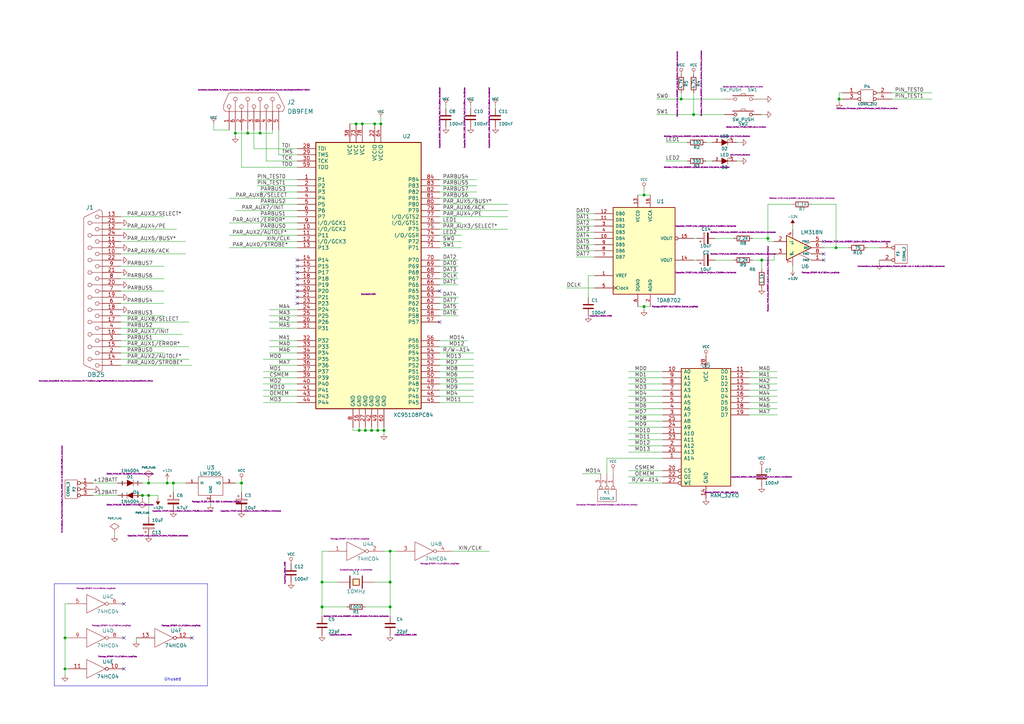
<source format=kicad_sch>
(kicad_sch (version 20230121) (generator eeschema)
  (paper "A3")
  (title_block (title "XC95108PC84 EXPERIMENTATION BOARD") (date "Sun 22 Mar 2015"))
  (junction (at 154.94 176.53) (diameter 1.016))
  (junction (at 68.58 198.12) (diameter 1.016))
  (junction (at 149.86 176.53) (diameter 1.016))
  (junction (at 148.59 50.8) (diameter 1.016))
  (junction (at 26.67 274.32) (diameter 1.016))
  (junction (at 344.17 40.64) (diameter 1.016))
  (junction (at 157.48 176.53) (diameter 1.016))
  (junction (at 152.4 176.53) (diameter 1.016))
  (junction (at 147.32 176.53) (diameter 1.016))
  (junction (at 160.02 248.92) (diameter 1.016))
  (junction (at 264.16 125.73) (diameter 1.016))
  (junction (at 101.6 54.61) (diameter 1.016))
  (junction (at 106.68 54.61) (diameter 1.016))
  (junction (at 60.96 198.12) (diameter 1.016))
  (junction (at 156.21 50.8) (diameter 1.016))
  (junction (at 71.12 198.12) (diameter 1.016))
  (junction (at 146.05 50.8) (diameter 1.016))
  (junction (at 132.08 248.92) (diameter 1.016))
  (junction (at 96.52 54.61) (diameter 1.016))
  (junction (at 342.9 101.6) (diameter 1.016))
  (junction (at 26.67 261.62) (diameter 1.016))
  (junction (at 312.42 106.68) (diameter 1.016))
  (junction (at 284.48 46.99) (diameter 1.016))
  (junction (at 160.02 226.06) (diameter 1.016))
  (junction (at 132.08 238.76) (diameter 1.016))
  (junction (at 279.4 40.64) (diameter 1.016))
  (junction (at 264.16 80.01) (diameter 1.016))
  (junction (at 314.96 97.79) (diameter 1.016))
  (junction (at 99.06 198.12) (diameter 1.016))
  (junction (at 60.96 203.2) (diameter 1.016))
  (junction (at 58.42 203.2) (diameter 1.016))
  (junction (at 160.02 238.76) (diameter 1.016))
  (junction (at 153.67 50.8) (diameter 1.016))
  (no_connect (at 121.92 119.38))
  (no_connect (at 50.8 274.32))
  (no_connect (at 337.82 106.68))
  (no_connect (at 121.92 121.92))
  (no_connect (at 180.34 132.08))
  (no_connect (at 180.34 119.38))
  (no_connect (at 121.92 114.3))
  (no_connect (at 121.92 106.68))
  (no_connect (at 337.82 99.06))
  (no_connect (at 50.8 261.62))
  (no_connect (at 121.92 111.76))
  (no_connect (at 121.92 116.84))
  (no_connect (at 78.74 261.62))
  (no_connect (at 337.82 104.14))
  (no_connect (at 121.92 109.22))
  (no_connect (at 121.92 124.46))
  (no_connect (at 50.8 247.65))
  (wire (pts (xy 105.41 73.66) (xy 121.92 73.66)))
  (wire (pts (xy 93.98 81.28) (xy 121.92 81.28)))
  (wire (pts (xy 153.67 50.8) (xy 156.21 50.8)))
  (wire (pts (xy 342.9 101.6) (xy 347.98 101.6)))
  (polyline (pts (xy 22.225 239.395) (xy 85.09 239.395)))
  (wire (pts (xy 121.92 83.82) (xy 106.68 83.82)))
  (wire (pts (xy 49.53 137.16) (xy 74.93 137.16)))
  (wire (pts (xy 180.34 86.36) (xy 208.28 86.36)))
  (wire (pts (xy 365.76 38.1) (xy 382.27 38.1)))
  (wire (pts (xy 243.84 95.25) (xy 236.22 95.25)))
  (wire (pts (xy 149.86 176.53) (xy 152.4 176.53)))
  (wire (pts (xy 271.78 198.12) (xy 257.81 198.12)))
  (wire (pts (xy 147.32 176.53) (xy 149.86 176.53)))
  (wire (pts (xy 307.34 152.4) (xy 318.77 152.4)))
  (wire (pts (xy 187.96 129.54) (xy 180.34 129.54)))
  (wire (pts (xy 312.42 46.99) (xy 313.69 46.99)))
  (wire (pts (xy 38.1 198.12) (xy 48.26 198.12)))
  (wire (pts (xy 121.92 147.32) (xy 107.95 147.32)))
  (wire (pts (xy 132.08 248.92) (xy 132.08 252.73)))
  (wire (pts (xy 194.31 157.48) (xy 180.34 157.48)))
  (wire (pts (xy 160.02 226.06) (xy 160.02 238.76)))
  (wire (pts (xy 271.78 172.72) (xy 257.81 172.72)))
  (wire (pts (xy 121.92 60.96) (xy 104.14 60.96)))
  (wire (pts (xy 99.06 198.12) (xy 96.52 198.12)))
  (wire (pts (xy 243.84 102.87) (xy 236.22 102.87)))
  (wire (pts (xy 264.16 127) (xy 264.16 125.73)))
  (wire (pts (xy 264.16 80.01) (xy 266.7 80.01)))
  (wire (pts (xy 96.52 54.61) (xy 96.52 55.88)))
  (wire (pts (xy 261.62 125.73) (xy 264.16 125.73)))
  (wire (pts (xy 68.58 196.85) (xy 68.58 198.12)))
  (wire (pts (xy 146.05 50.8) (xy 148.59 50.8)))
  (wire (pts (xy 187.96 127) (xy 180.34 127)))
  (wire (pts (xy 187.96 111.76) (xy 180.34 111.76)))
  (wire (pts (xy 194.31 160.02) (xy 180.34 160.02)))
  (wire (pts (xy 248.92 187.96) (xy 248.92 194.31)))
  (wire (pts (xy 271.78 182.88) (xy 257.81 182.88)))
  (wire (pts (xy 157.48 176.53) (xy 157.48 177.8)))
  (wire (pts (xy 152.4 176.53) (xy 154.94 176.53)))
  (wire (pts (xy 160.02 226.06) (xy 162.56 226.06)))
  (wire (pts (xy 292.1 58.42) (xy 289.56 58.42)))
  (wire (pts (xy 58.42 203.2) (xy 60.96 203.2)))
  (wire (pts (xy 246.38 194.31) (xy 238.76 194.31)))
  (wire (pts (xy 271.78 152.4) (xy 257.81 152.4)))
  (wire (pts (xy 194.31 162.56) (xy 180.34 162.56)))
  (wire (pts (xy 345.44 40.64) (xy 344.17 40.64)))
  (wire (pts (xy 344.17 38.1) (xy 345.44 38.1)))
  (wire (pts (xy 121.92 88.9) (xy 106.68 88.9)))
  (wire (pts (xy 193.04 43.18) (xy 193.04 44.45)))
  (wire (pts (xy 308.61 97.79) (xy 314.96 97.79)))
  (wire (pts (xy 106.68 99.06) (xy 121.92 99.06)))
  (wire (pts (xy 191.77 142.24) (xy 180.34 142.24)))
  (wire (pts (xy 317.5 99.06) (xy 314.96 99.06)))
  (wire (pts (xy 365.76 40.64) (xy 382.27 40.64)))
  (polyline (pts (xy 85.09 239.395) (xy 85.09 281.305)))
  (wire (pts (xy 279.4 38.1) (xy 279.4 40.64)))
  (wire (pts (xy 96.52 53.34) (xy 96.52 54.61)))
  (wire (pts (xy 121.92 93.98) (xy 106.68 93.98)))
  (wire (pts (xy 67.31 114.3) (xy 49.53 114.3)))
  (wire (pts (xy 241.3 113.03) (xy 241.3 121.92)))
  (wire (pts (xy 71.12 198.12) (xy 71.12 201.93)))
  (wire (pts (xy 271.78 193.04) (xy 257.81 193.04)))
  (wire (pts (xy 101.6 54.61) (xy 106.68 54.61)))
  (wire (pts (xy 26.67 247.65) (xy 26.67 261.62)))
  (wire (pts (xy 279.4 40.64) (xy 297.18 40.64)))
  (wire (pts (xy 49.53 99.06) (xy 76.2 99.06)))
  (wire (pts (xy 314.96 83.82) (xy 314.96 97.79)))
  (wire (pts (xy 261.62 80.01) (xy 264.16 80.01)))
  (wire (pts (xy 292.1 66.04) (xy 289.56 66.04)))
  (wire (pts (xy 110.49 149.86) (xy 121.92 149.86)))
  (wire (pts (xy 121.92 162.56) (xy 107.95 162.56)))
  (wire (pts (xy 99.06 53.34) (xy 99.06 68.58)))
  (wire (pts (xy 110.49 127) (xy 121.92 127)))
  (wire (pts (xy 160.02 248.92) (xy 149.86 248.92)))
  (wire (pts (xy 99.06 68.58) (xy 121.92 68.58)))
  (wire (pts (xy 106.68 54.61) (xy 106.68 53.34)))
  (wire (pts (xy 307.34 160.02) (xy 318.77 160.02)))
  (wire (pts (xy 194.31 149.86) (xy 180.34 149.86)))
  (wire (pts (xy 293.37 97.79) (xy 300.99 97.79)))
  (wire (pts (xy 187.96 121.92) (xy 180.34 121.92)))
  (wire (pts (xy 87.63 53.34) (xy 93.98 53.34)))
  (wire (pts (xy 187.96 124.46) (xy 180.34 124.46)))
  (wire (pts (xy 194.31 154.94) (xy 180.34 154.94)))
  (wire (pts (xy 105.41 76.2) (xy 121.92 76.2)))
  (wire (pts (xy 64.77 203.2) (xy 64.77 204.47)))
  (wire (pts (xy 96.52 54.61) (xy 101.6 54.61)))
  (wire (pts (xy 152.4 175.26) (xy 152.4 176.53)))
  (wire (pts (xy 243.84 92.71) (xy 236.22 92.71)))
  (wire (pts (xy 144.78 176.53) (xy 147.32 176.53)))
  (wire (pts (xy 180.34 83.82) (xy 208.28 83.82)))
  (wire (pts (xy 303.53 66.04) (xy 302.26 66.04)))
  (wire (pts (xy 121.92 96.52) (xy 93.98 96.52)))
  (wire (pts (xy 110.49 129.54) (xy 121.92 129.54)))
  (wire (pts (xy 96.52 86.36) (xy 121.92 86.36)))
  (wire (pts (xy 302.26 58.42) (xy 303.53 58.42)))
  (wire (pts (xy 243.84 90.17) (xy 236.22 90.17)))
  (wire (pts (xy 160.02 238.76) (xy 160.02 248.92)))
  (wire (pts (xy 67.31 119.38) (xy 49.53 119.38)))
  (wire (pts (xy 189.23 101.6) (xy 180.34 101.6)))
  (wire (pts (xy 271.78 187.96) (xy 248.92 187.96)))
  (wire (pts (xy 121.92 157.48) (xy 107.95 157.48)))
  (wire (pts (xy 243.84 118.11) (xy 232.41 118.11)))
  (wire (pts (xy 26.67 261.62) (xy 26.67 274.32)))
  (wire (pts (xy 49.53 104.14) (xy 76.2 104.14)))
  (wire (pts (xy 314.96 83.82) (xy 325.12 83.82)))
  (wire (pts (xy 195.58 76.2) (xy 180.34 76.2)))
  (wire (pts (xy 180.34 88.9) (xy 208.28 88.9)))
  (wire (pts (xy 121.92 66.04) (xy 109.22 66.04)))
  (wire (pts (xy 187.96 116.84) (xy 180.34 116.84)))
  (wire (pts (xy 307.34 165.1) (xy 318.77 165.1)))
  (wire (pts (xy 312.42 106.68) (xy 317.5 106.68)))
  (wire (pts (xy 195.58 78.74) (xy 180.34 78.74)))
  (wire (pts (xy 67.31 124.46) (xy 49.53 124.46)))
  (wire (pts (xy 271.78 175.26) (xy 257.81 175.26)))
  (wire (pts (xy 271.78 160.02) (xy 257.81 160.02)))
  (wire (pts (xy 121.92 165.1) (xy 107.95 165.1)))
  (wire (pts (xy 132.08 238.76) (xy 132.08 248.92)))
  (wire (pts (xy 195.58 73.66) (xy 180.34 73.66)))
  (wire (pts (xy 49.53 93.98) (xy 72.39 93.98)))
  (wire (pts (xy 308.61 106.68) (xy 312.42 106.68)))
  (wire (pts (xy 281.94 58.42) (xy 273.05 58.42)))
  (wire (pts (xy 99.06 196.85) (xy 99.06 198.12)))
  (wire (pts (xy 114.3 63.5) (xy 114.3 53.34)))
  (wire (pts (xy 180.34 93.98) (xy 208.28 93.98)))
  (wire (pts (xy 121.92 160.02) (xy 107.95 160.02)))
  (wire (pts (xy 313.69 40.64) (xy 312.42 40.64)))
  (wire (pts (xy 67.31 129.54) (xy 49.53 129.54)))
  (wire (pts (xy 49.53 142.24) (xy 77.47 142.24)))
  (wire (pts (xy 67.31 109.22) (xy 49.53 109.22)))
  (wire (pts (xy 147.32 175.26) (xy 147.32 176.53)))
  (wire (pts (xy 67.31 134.62) (xy 49.53 134.62)))
  (wire (pts (xy 271.78 157.48) (xy 257.81 157.48)))
  (wire (pts (xy 142.24 248.92) (xy 132.08 248.92)))
  (wire (pts (xy 185.42 226.06) (xy 200.66 226.06)))
  (wire (pts (xy 271.78 180.34) (xy 257.81 180.34)))
  (wire (pts (xy 71.12 198.12) (xy 76.2 198.12)))
  (wire (pts (xy 67.31 88.9) (xy 49.53 88.9)))
  (wire (pts (xy 60.96 198.12) (xy 68.58 198.12)))
  (wire (pts (xy 317.5 106.68) (xy 317.5 104.14)))
  (wire (pts (xy 195.58 81.28) (xy 180.34 81.28)))
  (wire (pts (xy 182.88 44.45) (xy 182.88 43.18)))
  (wire (pts (xy 48.26 203.2) (xy 38.1 203.2)))
  (wire (pts (xy 149.86 175.26) (xy 149.86 176.53)))
  (wire (pts (xy 153.67 238.76) (xy 160.02 238.76)))
  (wire (pts (xy 337.82 101.6) (xy 342.9 101.6)))
  (wire (pts (xy 187.96 114.3) (xy 180.34 114.3)))
  (wire (pts (xy 101.6 53.34) (xy 101.6 54.61)))
  (wire (pts (xy 46.99 219.71) (xy 46.99 218.44)))
  (wire (pts (xy 189.23 91.44) (xy 180.34 91.44)))
  (wire (pts (xy 187.96 109.22) (xy 180.34 109.22)))
  (wire (pts (xy 67.31 144.78) (xy 49.53 144.78)))
  (wire (pts (xy 325.12 110.49) (xy 325.12 109.22)))
  (wire (pts (xy 60.96 196.85) (xy 60.96 198.12)))
  (wire (pts (xy 58.42 204.47) (xy 58.42 203.2)))
  (wire (pts (xy 58.42 198.12) (xy 60.96 198.12)))
  (wire (pts (xy 157.48 175.26) (xy 157.48 176.53)))
  (wire (pts (xy 148.59 50.8) (xy 153.67 50.8)))
  (wire (pts (xy 203.2 43.18) (xy 203.2 44.45)))
  (wire (pts (xy 132.08 226.06) (xy 132.08 238.76)))
  (wire (pts (xy 160.02 248.92) (xy 160.02 252.73)))
  (wire (pts (xy 271.78 195.58) (xy 257.81 195.58)))
  (wire (pts (xy 55.88 262.89) (xy 55.88 261.62)))
  (wire (pts (xy 132.08 238.76) (xy 138.43 238.76)))
  (wire (pts (xy 121.92 152.4) (xy 107.95 152.4)))
  (wire (pts (xy 87.63 53.34) (xy 87.63 50.8)))
  (wire (pts (xy 285.75 97.79) (xy 284.48 97.79)))
  (wire (pts (xy 271.78 167.64) (xy 257.81 167.64)))
  (wire (pts (xy 344.17 38.1) (xy 344.17 40.64)))
  (wire (pts (xy 269.24 40.64) (xy 279.4 40.64)))
  (wire (pts (xy 49.53 147.32) (xy 77.47 147.32)))
  (wire (pts (xy 121.92 91.44) (xy 93.98 91.44)))
  (wire (pts (xy 60.96 203.2) (xy 64.77 203.2)))
  (wire (pts (xy 121.92 63.5) (xy 114.3 63.5)))
  (wire (pts (xy 332.74 83.82) (xy 342.9 83.82)))
  (wire (pts (xy 194.31 144.78) (xy 180.34 144.78)))
  (polyline (pts (xy 85.09 281.305) (xy 22.225 281.305)))
  (wire (pts (xy 307.34 170.18) (xy 318.77 170.18)))
  (wire (pts (xy 121.92 154.94) (xy 107.95 154.94)))
  (wire (pts (xy 307.34 154.94) (xy 318.77 154.94)))
  (wire (pts (xy 355.6 101.6) (xy 360.68 101.6)))
  (wire (pts (xy 243.84 113.03) (xy 241.3 113.03)))
  (wire (pts (xy 143.51 50.8) (xy 146.05 50.8)))
  (wire (pts (xy 60.96 203.2) (xy 60.96 212.09)))
  (wire (pts (xy 271.78 177.8) (xy 257.81 177.8)))
  (wire (pts (xy 110.49 139.7) (xy 121.92 139.7)))
  (wire (pts (xy 110.49 142.24) (xy 121.92 142.24)))
  (wire (pts (xy 307.34 162.56) (xy 318.77 162.56)))
  (wire (pts (xy 111.76 54.61) (xy 111.76 53.34)))
  (wire (pts (xy 26.67 247.65) (xy 27.94 247.65)))
  (wire (pts (xy 109.22 66.04) (xy 109.22 53.34)))
  (wire (pts (xy 271.78 170.18) (xy 257.81 170.18)))
  (wire (pts (xy 271.78 165.1) (xy 257.81 165.1)))
  (wire (pts (xy 106.68 54.61) (xy 111.76 54.61)))
  (polyline (pts (xy 22.225 239.395) (xy 22.225 281.305)))
  (wire (pts (xy 300.99 106.68) (xy 293.37 106.68)))
  (wire (pts (xy 194.31 165.1) (xy 180.34 165.1)))
  (wire (pts (xy 284.48 46.99) (xy 297.18 46.99)))
  (wire (pts (xy 104.14 60.96) (xy 104.14 53.34)))
  (wire (pts (xy 360.68 107.95) (xy 360.68 106.68)))
  (wire (pts (xy 243.84 100.33) (xy 236.22 100.33)))
  (wire (pts (xy 154.94 176.53) (xy 157.48 176.53)))
  (wire (pts (xy 243.84 105.41) (xy 236.22 105.41)))
  (wire (pts (xy 156.21 50.8) (xy 156.21 48.26)))
  (wire (pts (xy 99.06 198.12) (xy 99.06 201.93)))
  (wire (pts (xy 93.98 101.6) (xy 121.92 101.6)))
  (wire (pts (xy 194.31 147.32) (xy 180.34 147.32)))
  (wire (pts (xy 121.92 78.74) (xy 106.68 78.74)))
  (wire (pts (xy 344.17 40.64) (xy 344.17 41.91)))
  (wire (pts (xy 271.78 185.42) (xy 257.81 185.42)))
  (wire (pts (xy 264.16 125.73) (xy 266.7 125.73)))
  (wire (pts (xy 26.67 274.32) (xy 26.67 276.86)))
  (wire (pts (xy 49.53 132.08) (xy 77.47 132.08)))
  (wire (pts (xy 110.49 144.78) (xy 121.92 144.78)))
  (wire (pts (xy 189.23 99.06) (xy 180.34 99.06)))
  (wire (pts (xy 194.31 152.4) (xy 180.34 152.4)))
  (wire (pts (xy 312.42 106.68) (xy 312.42 110.49)))
  (wire (pts (xy 314.96 97.79) (xy 314.96 99.06)))
  (wire (pts (xy 325.12 92.71) (xy 325.12 93.98)))
  (wire (pts (xy 271.78 162.56) (xy 257.81 162.56)))
  (wire (pts (xy 187.96 106.68) (xy 180.34 106.68)))
  (wire (pts (xy 132.08 226.06) (xy 134.62 226.06)))
  (wire (pts (xy 307.34 157.48) (xy 318.77 157.48)))
  (wire (pts (xy 110.49 134.62) (xy 121.92 134.62)))
  (wire (pts (xy 27.94 261.62) (xy 26.67 261.62)))
  (wire (pts (xy 49.53 149.86) (xy 78.74 149.86)))
  (wire (pts (xy 154.94 175.26) (xy 154.94 176.53)))
  (wire (pts (xy 157.48 226.06) (xy 160.02 226.06)))
  (wire (pts (xy 86.36 207.01) (xy 86.36 205.74)))
  (wire (pts (xy 26.67 274.32) (xy 27.94 274.32)))
  (wire (pts (xy 243.84 87.63) (xy 236.22 87.63)))
  (wire (pts (xy 264.16 80.01) (xy 264.16 77.47)))
  (wire (pts (xy 271.78 154.94) (xy 257.81 154.94)))
  (wire (pts (xy 285.75 106.68) (xy 284.48 106.68)))
  (wire (pts (xy 243.84 97.79) (xy 236.22 97.79)))
  (wire (pts (xy 191.77 139.7) (xy 180.34 139.7)))
  (wire (pts (xy 110.49 132.08) (xy 121.92 132.08)))
  (wire (pts (xy 68.58 198.12) (xy 71.12 198.12)))
  (wire (pts (xy 251.46 193.04) (xy 251.46 194.31)))
  (wire (pts (xy 189.23 96.52) (xy 180.34 96.52)))
  (wire (pts (xy 342.9 83.82) (xy 342.9 101.6)))
  (wire (pts (xy 307.34 167.64) (xy 318.77 167.64)))
  (wire (pts (xy 281.94 66.04) (xy 273.05 66.04)))
  (wire (pts (xy 144.78 175.26) (xy 144.78 176.53)))
  (wire (pts (xy 269.24 46.99) (xy 284.48 46.99)))
  (wire (pts (xy 284.48 46.99) (xy 284.48 38.1)))
  (wire (pts (xy 67.31 139.7) (xy 49.53 139.7)))
  (text "Unused" (at 67.31 279.4 0) (effects (font (size 1.27 1.27)) (justify left bottom)))
  (label "PARBUS2" (at 106.68 83.82 0) (effects (font (size 1.524 1.524))))
  (label "MA4" (at 311.15 162.56 0) (effects (font (size 1.524 1.524))))
  (label "PIN_TEST1" (at 367.03 40.64 0) (effects (font (size 1.524 1.524))))
  (label "MD1" (at 110.49 152.4 0) (effects (font (size 1.524 1.524))))
  (label "MA1" (at 114.3 139.7 0) (effects (font (size 1.524 1.524))))
  (label "PARBUS1" (at 106.68 88.9 0) (effects (font (size 1.524 1.524))))
  (label "+12BATT" (at 38.1 198.12 0) (effects (font (size 1.524 1.524))))
  (label "PAR_AUX8/SELECT" (at 52.07 132.08 0) (effects (font (size 1.524 1.524))))
  (label "MD2" (at 260.35 157.48 0) (effects (font (size 1.524 1.524))))
  (label "DAT7" (at 236.22 105.41 0) (effects (font (size 1.524 1.524))))
  (label "MD14" (at 184.15 139.7 0) (effects (font (size 1.524 1.524))))
  (label "PARBUS4" (at 181.61 73.66 0) (effects (font (size 1.524 1.524))))
  (label "MD4" (at 260.35 162.56 0) (effects (font (size 1.524 1.524))))
  (label "PARBUS5" (at 52.07 119.38 0) (effects (font (size 1.524 1.524))))
  (label "TDO" (at 115.57 68.58 0) (effects (font (size 1.524 1.524))))
  (label "TCK" (at 115.57 66.04 0) (effects (font (size 1.524 1.524))))
  (label "MD14" (at 240.03 194.31 0) (effects (font (size 1.524 1.524))))
  (label "MD2" (at 110.49 157.48 0) (effects (font (size 1.524 1.524))))
  (label "PAR_AUX7/INIT" (at 52.07 137.16 0) (effects (font (size 1.524 1.524))))
  (label "MD0" (at 110.49 147.32 0) (effects (font (size 1.524 1.524))))
  (label "DAT0" (at 181.61 109.22 0) (effects (font (size 1.524 1.524))))
  (label "OEMEM" (at 110.49 162.56 0) (effects (font (size 1.524 1.524))))
  (label "MA0" (at 114.3 142.24 0) (effects (font (size 1.524 1.524))))
  (label "XIN/CLK" (at 187.96 226.06 0) (effects (font (size 1.524 1.524))))
  (label "LED1" (at 181.61 91.44 0) (effects (font (size 1.524 1.524))))
  (label "SW1" (at 269.24 46.99 0) (effects (font (size 1.524 1.524))))
  (label "CSMEM" (at 110.49 154.94 0) (effects (font (size 1.524 1.524))))
  (label "DCLK" (at 232.41 118.11 0) (effects (font (size 1.524 1.524))))
  (label "MD9" (at 182.88 160.02 0) (effects (font (size 1.524 1.524))))
  (label "SW1" (at 181.61 101.6 0) (effects (font (size 1.524 1.524))))
  (label "PAR_AUX5/BUSY*" (at 52.07 99.06 0) (effects (font (size 1.524 1.524))))
  (label "MA6" (at 114.3 144.78 0) (effects (font (size 1.524 1.524))))
  (label "PAR_AUX7/INIT" (at 99.06 86.36 0) (effects (font (size 1.524 1.524))))
  (label "PAR_AUX5/BUSY*" (at 181.61 83.82 0) (effects (font (size 1.524 1.524))))
  (label "MA2" (at 311.15 157.48 0) (effects (font (size 1.524 1.524))))
  (label "PARBUS6" (at 181.61 81.28 0) (effects (font (size 1.524 1.524))))
  (label "MA0" (at 311.15 152.4 0) (effects (font (size 1.524 1.524))))
  (label "MA4" (at 114.3 127 0) (effects (font (size 1.524 1.524))))
  (label "PARBUS0" (at 106.68 93.98 0) (effects (font (size 1.524 1.524))))
  (label "DAT5" (at 236.22 100.33 0) (effects (font (size 1.524 1.524))))
  (label "OEMEM" (at 260.35 195.58 0) (effects (font (size 1.524 1.524))))
  (label "PAR_AUX6/ACK" (at 181.61 86.36 0) (effects (font (size 1.524 1.524))))
  (label "MD5" (at 260.35 165.1 0) (effects (font (size 1.524 1.524))))
  (label "PARBUS2" (at 52.07 134.62 0) (effects (font (size 1.524 1.524))))
  (label "-12BATT" (at 38.1 203.2 0) (effects (font (size 1.524 1.524))))
  (label "MA6" (at 311.15 167.64 0) (effects (font (size 1.524 1.524))))
  (label "DAT7" (at 181.61 124.46 0) (effects (font (size 1.524 1.524))))
  (label "MA5" (at 311.15 165.1 0) (effects (font (size 1.524 1.524))))
  (label "PARBUS3" (at 106.68 78.74 0) (effects (font (size 1.524 1.524))))
  (label "DAT0" (at 236.22 87.63 0) (effects (font (size 1.524 1.524))))
  (label "MD9" (at 260.35 175.26 0) (effects (font (size 1.524 1.524))))
  (label "PIN_TEST1" (at 105.41 76.2 0) (effects (font (size 1.524 1.524))))
  (label "PARBUS3" (at 52.07 129.54 0) (effects (font (size 1.524 1.524))))
  (label "PARBUS7" (at 181.61 78.74 0) (effects (font (size 1.524 1.524))))
  (label "MD13" (at 182.88 147.32 0) (effects (font (size 1.524 1.524))))
  (label "PARBUS4" (at 52.07 124.46 0) (effects (font (size 1.524 1.524))))
  (label "PAR_AUX8/SELECT" (at 96.52 81.28 0) (effects (font (size 1.524 1.524))))
  (label "DAT3" (at 181.61 111.76 0) (effects (font (size 1.524 1.524))))
  (label "PAR_AUX3/SELECT*" (at 181.61 93.98 0) (effects (font (size 1.524 1.524))))
  (label "DAT1" (at 236.22 90.17 0) (effects (font (size 1.524 1.524))))
  (label "PAR_AUX6/ACK" (at 52.07 104.14 0) (effects (font (size 1.524 1.524))))
  (label "DAT4" (at 181.61 121.92 0) (effects (font (size 1.524 1.524))))
  (label "R/W-A14" (at 181.61 144.78 0) (effects (font (size 1.524 1.524))))
  (label "PAR_AUX3/SELECT*" (at 52.07 88.9 0) (effects (font (size 1.524 1.524))))
  (label "MD3" (at 260.35 160.02 0) (effects (font (size 1.524 1.524))))
  (label "DAT4" (at 236.22 97.79 0) (effects (font (size 1.524 1.524))))
  (label "MD0" (at 260.35 152.4 0) (effects (font (size 1.524 1.524))))
  (label "PARBUS0" (at 52.07 144.78 0) (effects (font (size 1.524 1.524))))
  (label "LED2" (at 273.05 66.04 0) (effects (font (size 1.524 1.524))))
  (label "MA3" (at 311.15 160.02 0) (effects (font (size 1.524 1.524))))
  (label "PAR_AUX4/PE" (at 181.61 88.9 0) (effects (font (size 1.524 1.524))))
  (label "MA7" (at 114.3 149.86 0) (effects (font (size 1.524 1.524))))
  (label "LED2" (at 181.61 96.52 0) (effects (font (size 1.524 1.524))))
  (label "MA7" (at 311.15 170.18 0) (effects (font (size 1.524 1.524))))
  (label "PARBUS7" (at 52.07 109.22 0) (effects (font (size 1.524 1.524))))
  (label "MD7" (at 182.88 149.86 0) (effects (font (size 1.524 1.524))))
  (label "DAT5" (at 181.61 127 0) (effects (font (size 1.524 1.524))))
  (label "PARBUS6" (at 52.07 114.3 0) (effects (font (size 1.524 1.524))))
  (label "DAT6" (at 181.61 129.54 0) (effects (font (size 1.524 1.524))))
  (label "MD7" (at 260.35 170.18 0) (effects (font (size 1.524 1.524))))
  (label "DAT3" (at 236.22 95.25 0) (effects (font (size 1.524 1.524))))
  (label "DAT1" (at 181.61 116.84 0) (effects (font (size 1.524 1.524))))
  (label "PAR_AUX2/AUTOLF*" (at 52.07 147.32 0) (effects (font (size 1.524 1.524))))
  (label "MD1" (at 260.35 154.94 0) (effects (font (size 1.524 1.524))))
  (label "MA5" (at 114.3 134.62 0) (effects (font (size 1.524 1.524))))
  (label "PARBUS5" (at 181.61 76.2 0) (effects (font (size 1.524 1.524))))
  (label "MA2" (at 114.3 132.08 0) (effects (font (size 1.524 1.524))))
  (label "MD4" (at 182.88 162.56 0) (effects (font (size 1.524 1.524))))
  (label "MD11" (at 260.35 180.34 0) (effects (font (size 1.524 1.524))))
  (label "PAR_AUX2/AUTOLF*" (at 95.25 96.52 0) (effects (font (size 1.524 1.524))))
  (label "PIN_TEST0" (at 105.41 73.66 0) (effects (font (size 1.524 1.524))))
  (label "MD6" (at 182.88 154.94 0) (effects (font (size 1.524 1.524))))
  (label "MD8" (at 182.88 152.4 0) (effects (font (size 1.524 1.524))))
  (label "MD8" (at 260.35 172.72 0) (effects (font (size 1.524 1.524))))
  (label "TDI" (at 115.57 60.96 0) (effects (font (size 1.524 1.524))))
  (label "MD6" (at 260.35 167.64 0) (effects (font (size 1.524 1.524))))
  (label "SW0" (at 181.61 99.06 0) (effects (font (size 1.524 1.524))))
  (label "DAT2" (at 236.22 92.71 0) (effects (font (size 1.524 1.524))))
  (label "MD5" (at 182.88 157.48 0) (effects (font (size 1.524 1.524))))
  (label "MD12" (at 260.35 182.88 0) (effects (font (size 1.524 1.524))))
  (label "MD12" (at 184.15 142.24 0) (effects (font (size 1.524 1.524))))
  (label "MD10" (at 260.35 177.8 0) (effects (font (size 1.524 1.524))))
  (label "MD13" (at 260.35 185.42 0) (effects (font (size 1.524 1.524))))
  (label "PAR_AUX1/ERROR*" (at 95.25 91.44 0) (effects (font (size 1.524 1.524))))
  (label "PAR_AUX1/ERROR*" (at 52.07 142.24 0) (effects (font (size 1.524 1.524))))
  (label "MA1" (at 311.15 154.94 0) (effects (font (size 1.524 1.524))))
  (label "LED1" (at 273.05 58.42 0) (effects (font (size 1.524 1.524))))
  (label "R/W-A14" (at 259.08 198.12 0) (effects (font (size 1.524 1.524))))
  (label "PARBUS1" (at 52.07 139.7 0) (effects (font (size 1.524 1.524))))
  (label "CSMEM" (at 260.35 193.04 0) (effects (font (size 1.524 1.524))))
  (label "PAR_AUX0/STROBE*" (at 52.07 149.86 0) (effects (font (size 1.524 1.524))))
  (label "XIN/CLK" (at 109.22 99.06 0) (effects (font (size 1.524 1.524))))
  (label "MD10" (at 110.49 160.02 0) (effects (font (size 1.524 1.524))))
  (label "SW0" (at 269.24 40.64 0) (effects (font (size 1.524 1.524))))
  (label "DAT6" (at 236.22 102.87 0) (effects (font (size 1.524 1.524))))
  (label "DAT2" (at 181.61 106.68 0) (effects (font (size 1.524 1.524))))
  (label "PAR_AUX0/STROBE*" (at 95.25 101.6 0) (effects (font (size 1.524 1.524))))
  (label "PIN_TEST0" (at 367.03 38.1 0) (effects (font (size 1.524 1.524))))
  (label "MA3" (at 114.3 129.54 0) (effects (font (size 1.524 1.524))))
  (label "DCLK" (at 181.61 114.3 0) (effects (font (size 1.524 1.524))))
  (label "MD3" (at 110.49 165.1 0) (effects (font (size 1.524 1.524))))
  (label "TMS" (at 115.57 63.5 0) (effects (font (size 1.524 1.524))))
  (label "MD11" (at 182.88 165.1 0) (effects (font (size 1.524 1.524))))
  (label "PAR_AUX4/PE" (at 52.07 93.98 0) (effects (font (size 1.524 1.524))))
  (symbol (lib_id "carte_test_schlib:TDA8702") (at 264.16 102.87 0) (unit 1)
    (property "Reference" "U1" (at 269.24 82.55 0) (effects (font (size 1.524 1.524)) (justify left)))
    (property "Value" "TDA8702" (at 269.24 123.19 0) (effects (font (size 1.524 1.524)) (justify left)))
    (property "Footprint" "Package_DIP:DIP-16_W7.62mm_Socket_LongPads" (at 276.86 125.73 0) (effects (font (size 0.508 0.508))))
  )
  (symbol (lib_id "carte_test_schlib:VCC") (at 264.16 77.47 0) (unit 1)
    (property "Reference" "#PWR046" (effects hide))
    (property "Value" "VCC" (at 264.16 73.66 0) (effects (font (size 1.016 1.016))))
  )
  (symbol (lib_id "carte_test_schlib:GND") (at 132.08 260.35 0) (unit 1)
    (property "Reference" "#PWR048" (effects hide))
    (property "Value" "GND" (effects hide))
  )
  (symbol (lib_id "carte_test_schlib:GND") (at 264.16 127 0) (unit 1)
    (property "Reference" "#PWR044" (effects hide))
    (property "Value" "GND" (effects hide))
  )
  (symbol (lib_id "carte_test_schlib:C") (at 241.3 125.73 0) (unit 1)
    (property "Reference" "C1" (at 242.57 123.19 0) (effects (justify left)))
    (property "Value" "100nF" (at 242.57 128.27 0) (effects (justify left)))
    (property "Footprint" "Capacitors_SMD:C_1206" (at 246.38 129.54 0) (effects (font (size 0.508 0.508))))
  )
  (symbol (lib_id "carte_test_schlib:GND") (at 241.3 129.54 0) (unit 1)
    (property "Reference" "#PWR043" (effects hide))
    (property "Value" "GND" (effects hide))
  )
  (symbol (lib_id "carte_test_schlib:CP") (at 289.56 106.68 90) (unit 1)
    (property "Reference" "C2" (at 289.56 102.87 90) (effects (justify bottom)))
    (property "Value" "10uF" (at 289.56 110.49 90))
    (property "Footprint" "Capacitor_THT:CP_Axial_L10.0mm_D4.5mm_P15.00mm_Horizontal" (at 289.56 111.76 90) (effects (font (size 0.508 0.508))))
  )
  (symbol (lib_id "carte_test_schlib:CP") (at 99.06 205.74 0) (unit 1)
    (property "Reference" "C3" (at 100.33 203.2 0) (effects (justify left)))
    (property "Value" "10uF" (at 100.33 208.28 0) (effects (justify left)))
    (property "Footprint" "Capacitor_THT:CP_Axial_L10.0mm_D4.5mm_P15.00mm_Horizontal" (at 102.87 209.55 0) (effects (font (size 0.508 0.508))))
  )
  (symbol (lib_id "carte_test_schlib:GND") (at 99.06 209.55 0) (unit 1)
    (property "Reference" "#PWR042" (effects hide))
    (property "Value" "GND" (effects hide))
  )
  (symbol (lib_id "carte_test_schlib:GND") (at 96.52 55.88 0) (unit 1)
    (property "Reference" "#PWR040" (effects hide))
    (property "Value" "GND" (effects hide))
  )
  (symbol (lib_id "carte_test_schlib:CRYSTAL") (at 146.05 238.76 0) (unit 1)
    (property "Reference" "X1" (at 146.05 234.95 0) (effects (font (size 1.524 1.524))))
    (property "Value" "10MHz" (at 146.05 242.57 0) (effects (font (size 1.524 1.524))))
    (property "Footprint" "Crystal:Crystal_HC18-U_Horizontal" (at 146.05 233.68 0) (effects (font (size 0.508 0.508))))
  )
  (symbol (lib_id "carte_test_schlib:C") (at 160.02 256.54 0) (unit 1)
    (property "Reference" "C4" (at 162.56 254 0) (effects (justify left)))
    (property "Value" "22pF" (at 162.56 259.08 0) (effects (justify left)))
    (property "Footprint" "Capacitors_SMD:C_1206" (at 166.37 260.35 0) (effects (font (size 0.508 0.508))))
  )
  (symbol (lib_id "carte_test_schlib:R") (at 146.05 248.92 270) (unit 1)
    (property "Reference" "R1" (at 146.05 250.952 90))
    (property "Value" "100K" (at 146.05 248.92 90))
    (property "Footprint" "Resistor_THT:R_Axial_DIN0207_L6.3mm_D2.5mm_P10.16mm_Horizontal" (at 146.05 252.73 90) (effects (font (size 0.508 0.508))))
  )
  (symbol (lib_id "carte_test_schlib:LM7805") (at 86.36 199.39 0) (unit 1)
    (property "Reference" "U3" (at 86.36 191.77 0) (effects (font (size 1.524 1.524))))
    (property "Value" "LM7805" (at 86.36 194.31 0) (effects (font (size 1.524 1.524))))
    (property "Footprint" "Package_TO_SOT_THT:TO-220-3_Horizontal_TabDown" (at 88.9 205.74 0) (effects (font (size 0.508 0.508))))
  )
  (symbol (lib_id "carte_test_schlib:GND") (at 86.36 207.01 0) (unit 1)
    (property "Reference" "#PWR038" (effects hide))
    (property "Value" "GND" (effects hide))
  )
  (symbol (lib_id "carte_test_schlib:VCC") (at 99.06 196.85 0) (unit 1)
    (property "Reference" "#PWR037" (effects hide))
    (property "Value" "VCC" (at 99.06 193.04 0) (effects (font (size 1.016 1.016))))
  )
  (symbol (lib_id "carte_test_schlib:CONN_3") (at 29.21 200.66 0) (mirror y) (unit 1)
    (property "Reference" "P2" (at 30.4292 200.66 90) (effects (font (size 1.016 1.016))))
    (property "Value" "CONN_3" (at 27.94 200.66 90) (effects (font (size 1.016 1.016))))
    (property "Footprint" "TerminalBlock_Phoenix:TerminalBlock_Phoenix_MKDS-1,5-3-5.08_1x03_P5.08mm_Horizontal" (at 25.4 200.66 90) (effects (font (size 0.508 0.508))))
  )
  (symbol (lib_id "carte_test_schlib:GND") (at 38.1 200.66 90) (unit 1)
    (property "Reference" "#PWR036" (effects hide))
    (property "Value" "GND" (effects hide))
  )
  (symbol (lib_id "carte_test_schlib:DIODE") (at 53.34 198.12 0) (unit 1)
    (property "Reference" "D1" (at 53.34 195.58 0))
    (property "Value" "1N4004" (at 53.34 193.04 0))
    (property "Footprint" "Diode_THT:D_DO-35_SOD27_P12.70mm_Horizontal" (at 53.34 194.31 0) (effects (font (size 0.508 0.508))))
  )
  (symbol (lib_id "carte_test_schlib:CP") (at 71.12 205.74 0) (unit 1)
    (property "Reference" "C6" (at 72.39 203.2 0) (effects (justify left)))
    (property "Value" "47uF" (at 72.39 208.28 0) (effects (justify left)))
    (property "Footprint" "Capacitor_THT:CP_Axial_L10.0mm_D4.5mm_P15.00mm_Horizontal" (at 74.93 209.55 0) (effects (font (size 0.508 0.508))))
  )
  (symbol (lib_id "carte_test_schlib:GND") (at 71.12 209.55 0) (unit 1)
    (property "Reference" "#PWR035" (effects hide))
    (property "Value" "GND" (effects hide))
  )
  (symbol (lib_id "carte_test_schlib:CONN_2") (at 369.57 104.14 0) (unit 1)
    (property "Reference" "P3" (at 368.3 104.14 90) (effects (font (size 1.016 1.016))))
    (property "Value" "CONN_2" (at 370.84 104.14 90) (effects (font (size 1.016 1.016))))
    (property "Footprint" "TerminalBlock_Phoenix:TerminalBlock_Phoenix_MKDS-1,5-2-5.08_1x02_P5.08mm_Horizontal" (at 369.57 109.22 0) (effects (font (size 0.508 0.508))))
  )
  (symbol (lib_id "carte_test_schlib:PWR_FLAG") (at 46.99 218.44 0) (unit 1)
    (property "Reference" "#FLG032" (effects hide))
    (property "Value" "PWR_FLAG" (at 46.99 212.598 0) (effects (font (size 0.762 0.762))))
  )
  (symbol (lib_id "carte_test_schlib:74HC04") (at 146.05 226.06 0) (unit 1)
    (property "Reference" "U4" (at 151.003 223.139 0) (effects (font (size 1.524 1.524))))
    (property "Value" "74HC04" (at 150.876 229.2096 0) (effects (font (size 1.524 1.524))))
    (property "Footprint" "Package_DIP:DIP-14_W7.62mm_LongPads" (at 143.51 220.98 0) (effects (font (size 0.508 0.508))))
  )
  (symbol (lib_id "carte_test_schlib:74HC04") (at 173.99 226.06 0) (unit 2)
    (property "Reference" "U4" (at 178.943 223.139 0) (effects (font (size 1.524 1.524))))
    (property "Value" "74HC04" (at 178.816 229.2096 0) (effects (font (size 1.524 1.524))))
    (property "Footprint" "Package_DIP:DIP-14_W7.62mm_LongPads" (at 180.34 231.14 0) (effects (font (size 0.508 0.508))))
  )
  (symbol (lib_id "carte_test_schlib:74HC04") (at 39.37 247.65 0) (unit 3)
    (property "Reference" "U4" (at 44.323 244.729 0) (effects (font (size 1.524 1.524))))
    (property "Value" "74HC04" (at 44.196 250.7996 0) (effects (font (size 1.524 1.524))))
    (property "Footprint" "Package_DIP:DIP-14_W7.62mm_LongPads" (at 39.37 241.3 0) (effects (font (size 0.508 0.508))))
  )
  (symbol (lib_id "carte_test_schlib:74HC04") (at 39.37 261.62 0) (unit 4)
    (property "Reference" "U4" (at 44.323 258.699 0) (effects (font (size 1.524 1.524))))
    (property "Value" "74HC04" (at 44.196 264.7696 0) (effects (font (size 1.524 1.524))))
    (property "Footprint" "Package_DIP:DIP-14_W7.62mm_LongPads" (at 45.72 256.54 0) (effects (font (size 0.508 0.508))))
  )
  (symbol (lib_id "carte_test_schlib:74HC04") (at 39.37 274.32 0) (unit 5)
    (property "Reference" "U4" (at 44.323 271.399 0) (effects (font (size 1.524 1.524))))
    (property "Value" "74HC04" (at 44.196 277.4696 0) (effects (font (size 1.524 1.524))))
    (property "Footprint" "Package_DIP:DIP-14_W7.62mm_LongPads" (at 48.26 269.24 0) (effects (font (size 0.508 0.508))))
  )
  (symbol (lib_id "carte_test_schlib:74HC04") (at 67.31 261.62 0) (unit 6)
    (property "Reference" "U4" (at 72.263 258.699 0) (effects (font (size 1.524 1.524))))
    (property "Value" "74HC04" (at 72.136 264.7696 0) (effects (font (size 1.524 1.524))))
    (property "Footprint" "Package_DIP:DIP-14_W7.62mm_LongPads" (at 74.295 256.54 0) (effects (font (size 0.508 0.508))))
  )
  (symbol (lib_id "carte_test_schlib:GND") (at 26.67 276.86 0) (unit 1)
    (property "Reference" "#PWR031" (effects hide))
    (property "Value" "GND" (effects hide))
  )
  (symbol (lib_id "carte_test_schlib:GND") (at 55.88 262.89 0) (unit 1)
    (property "Reference" "#PWR030" (effects hide))
    (property "Value" "GND" (effects hide))
  )
  (symbol (lib_id "carte_test_schlib:RAM_32KO") (at 289.56 172.72 0) (unit 1)
    (property "Reference" "U5" (at 289.56 149.86 0) (effects (font (size 1.778 1.778))))
    (property "Value" "RAM_32KO" (at 297.18 203.2 0) (effects (font (size 1.524 1.524))))
    (property "Footprint" "Sockets_DIP:DIP-28__300__600_ELL" (at 295.91 201.93 0) (effects (font (size 0.508 0.508))))
  )
  (symbol (lib_id "carte_test_schlib:CONN_3") (at 248.92 203.2 270) (unit 1)
    (property "Reference" "K1" (at 248.92 201.93 90))
    (property "Value" "CONN_3" (at 248.92 204.47 90) (effects (font (size 1.016 1.016))))
    (property "Footprint" "Connector_PinHeader_2.54mm:PinHeader_1x03_P2.54mm_Vertical" (at 248.92 207.01 90) (effects (font (size 0.508 0.508))))
  )
  (symbol (lib_id "carte_test_schlib:VCC") (at 251.46 193.04 0) (unit 1)
    (property "Reference" "#PWR029" (effects hide))
    (property "Value" "VCC" (at 251.46 189.23 0) (effects (font (size 1.016 1.016))))
  )
  (symbol (lib_id "carte_test_schlib:DB25") (at 38.1 119.38 0) (mirror y) (unit 1)
    (property "Reference" "J1" (at 36.83 85.09 0) (effects (font (size 1.778 1.778))))
    (property "Value" "DB25" (at 39.37 153.67 0) (effects (font (size 1.778 1.778))))
    (property "Footprint" "Connector_Dsub:DSUB-25_Female_Horizontal_P2.77x2.84mm_EdgePinOffset9.90mm_Housed_MountingHolesOffset11.32mm" (at 39.37 156.21 0) (effects (font (size 0.508 0.508))))
  )
  (symbol (lib_id "carte_test_schlib:GND") (at 49.53 91.44 90) (unit 1)
    (property "Reference" "#PWR028" (effects hide))
    (property "Value" "GND" (effects hide))
  )
  (symbol (lib_id "carte_test_schlib:C") (at 119.38 234.95 0) (unit 1)
    (property "Reference" "C12" (at 120.65 232.41 0) (effects (justify left)))
    (property "Value" "100nF" (at 120.65 237.49 0) (effects (justify left)))
    (property "Footprint" "Capacitors_SMD:C_1206" (at 116.84 234.95 90) (effects (font (size 0.508 0.508))))
  )
  (symbol (lib_id "carte_test_schlib:VCC") (at 119.38 231.14 0) (unit 1)
    (property "Reference" "#PWR022" (effects hide))
    (property "Value" "VCC" (at 119.38 227.33 0) (effects (font (size 1.016 1.016))))
  )
  (symbol (lib_id "carte_test_schlib:GND") (at 119.38 238.76 0) (unit 1)
    (property "Reference" "#PWR021" (effects hide))
    (property "Value" "GND" (effects hide))
  )
  (symbol (lib_id "carte_test_schlib:R") (at 285.75 66.04 270) (unit 1)
    (property "Reference" "R3" (at 285.75 68.072 90))
    (property "Value" "330" (at 285.75 66.04 90))
    (property "Footprint" "Resistor_THT:R_Axial_DIN0207_L6.3mm_D2.5mm_P10.16mm_Horizontal" (at 285.75 68.58 90) (effects (font (size 0.508 0.508))))
  )
  (symbol (lib_id "carte_test_schlib:LED") (at 297.18 66.04 180) (unit 1)
    (property "Reference" "D3" (at 297.18 68.58 0))
    (property "Value" "LED" (at 297.18 63.5 0))
    (property "Footprint" "LED_THT:LED_D5.0mm" (at 303.53 63.5 0) (effects (font (size 0.508 0.508))))
  )
  (symbol (lib_id "carte_test_schlib:GND") (at 303.53 66.04 90) (unit 1)
    (property "Reference" "#PWR019" (effects hide))
    (property "Value" "GND" (effects hide))
  )
  (symbol (lib_id "carte_test_schlib:GND") (at 49.53 116.84 90) (unit 1)
    (property "Reference" "#PWR018" (effects hide))
    (property "Value" "GND" (effects hide))
  )
  (symbol (lib_id "carte_test_schlib:SW_PUSH") (at 304.8 40.64 0) (unit 1)
    (property "Reference" "SW1" (at 308.61 36.83 0))
    (property "Value" "SW_PUSH" (at 299.72 36.83 0))
    (property "Footprint" "Button_Switch_THT:SW_PUSH_6mm_h4.3mm" (at 304.8 35.56 0) (effects (font (size 0.508 0.508))))
  )
  (symbol (lib_id "carte_test_schlib:SW_PUSH") (at 304.8 46.99 0) (unit 1)
    (property "Reference" "SW2" (at 304.8 50.8 0))
    (property "Value" "SW_PUSH" (at 304.8 49.022 0))
    (property "Footprint" "Button_Switch_THT:SW_PUSH_6mm_h4.3mm" (at 306.07 52.07 0) (effects (font (size 0.508 0.508))))
  )
  (symbol (lib_id "carte_test_schlib:GND") (at 313.69 40.64 90) (unit 1)
    (property "Reference" "#PWR017" (effects hide))
    (property "Value" "GND" (effects hide))
  )
  (symbol (lib_id "carte_test_schlib:GND") (at 313.69 46.99 90) (unit 1)
    (property "Reference" "#PWR016" (effects hide))
    (property "Value" "GND" (effects hide))
  )
  (symbol (lib_id "carte_test_schlib:R") (at 284.48 34.29 0) (unit 1)
    (property "Reference" "R4" (at 286.512 34.29 90))
    (property "Value" "4,7K" (at 284.48 34.29 90))
    (property "Footprint" "Resistor_THT:R_Axial_DIN0207_L6.3mm_D2.5mm_P10.16mm_Horizontal" (at 287.6296 34.1376 90) (effects (font (size 0.508 0.508))))
  )
  (symbol (lib_id "carte_test_schlib:R") (at 279.4 34.29 0) (unit 1)
    (property "Reference" "R5" (at 281.432 34.29 90))
    (property "Value" "4,7K" (at 279.4 34.29 90))
    (property "Footprint" "Resistor_THT:R_Axial_DIN0207_L6.3mm_D2.5mm_P10.16mm_Horizontal" (at 277.7744 34.4424 90) (effects (font (size 0.508 0.508))))
  )
  (symbol (lib_id "carte_test_schlib:VCC") (at 279.4 30.48 0) (unit 1)
    (property "Reference" "#PWR015" (effects hide))
    (property "Value" "VCC" (at 279.4 26.67 0) (effects (font (size 1.016 1.016))))
  )
  (symbol (lib_id "carte_test_schlib:VCC") (at 284.48 30.48 0) (unit 1)
    (property "Reference" "#PWR014" (effects hide))
    (property "Value" "VCC" (at 284.48 26.67 0) (effects (font (size 1.016 1.016))))
  )
  (symbol (lib_id "carte_test_schlib:GND") (at 49.53 96.52 90) (unit 1)
    (property "Reference" "#PWR013" (effects hide))
    (property "Value" "GND" (effects hide))
  )
  (symbol (lib_id "carte_test_schlib:GND") (at 49.53 101.6 90) (unit 1)
    (property "Reference" "#PWR012" (effects hide))
    (property "Value" "GND" (effects hide))
  )
  (symbol (lib_id "carte_test_schlib:GND") (at 49.53 106.68 90) (unit 1)
    (property "Reference" "#PWR011" (effects hide))
    (property "Value" "GND" (effects hide))
  )
  (symbol (lib_id "carte_test_schlib:GND") (at 49.53 111.76 90) (unit 1)
    (property "Reference" "#PWR010" (effects hide))
    (property "Value" "GND" (effects hide))
  )
  (symbol (lib_id "carte_test_schlib:GND") (at 49.53 121.92 90) (unit 1)
    (property "Reference" "#PWR09" (effects hide))
    (property "Value" "GND" (effects hide))
  )
  (symbol (lib_id "carte_test_schlib:GND") (at 49.53 127 90) (unit 1)
    (property "Reference" "#PWR08" (effects hide))
    (property "Value" "GND" (effects hide))
  )
  (symbol (lib_id "carte_test_schlib:CONN_2X2") (at 355.6 39.37 0) (unit 1)
    (property "Reference" "P4" (at 355.6 35.56 0))
    (property "Value" "CONN_2X2" (at 355.854 42.672 0) (effects (font (size 1.016 1.016))))
    (property "Footprint" "Connector_PinHeader_2.54mm:PinHeader_2x02_P2.54mm_Vertical" (at 355.6 44.45 0) (effects (font (size 0.508 0.508))))
  )
  (symbol (lib_id "carte_test_schlib:GND") (at 344.17 41.91 0) (unit 1)
    (property "Reference" "#PWR07" (effects hide))
    (property "Value" "GND" (effects hide))
  )
  (symbol (lib_id "carte_test_schlib:CP") (at 289.56 97.79 90) (unit 1)
    (property "Reference" "C14" (at 289.56 93.98 90))
    (property "Value" "10uF" (at 289.56 101.6 90) (effects (justify top)))
    (property "Footprint" "Capacitor_THT:CP_Axial_L10.0mm_D4.5mm_P15.00mm_Horizontal" (at 289.56 92.71 90) (effects (font (size 0.508 0.508))))
  )
  (symbol (lib_id "carte_test_schlib:R") (at 304.8 97.79 270) (unit 1)
    (property "Reference" "R8" (at 304.8 99.822 90))
    (property "Value" "2,2K" (at 304.8 97.79 90))
    (property "Footprint" "Resistor_THT:R_Axial_DIN0207_L6.3mm_D2.5mm_P10.16mm_Horizontal" (at 304.8 95.25 90) (effects (font (size 0.508 0.508))))
  )
  (symbol (lib_id "carte_test_schlib:R") (at 304.8 106.68 270) (unit 1)
    (property "Reference" "R9" (at 304.8 108.712 90))
    (property "Value" "2,2K" (at 304.8 106.68 90))
    (property "Footprint" "Resistor_THT:R_Axial_DIN0207_L6.3mm_D2.5mm_P10.16mm_Horizontal" (at 304.8 104.14 90) (effects (font (size 0.508 0.508))))
  )
  (symbol (lib_id "carte_test_schlib:R") (at 312.42 114.3 0) (unit 1)
    (property "Reference" "R6" (at 308.61 110.49 0))
    (property "Value" "1,1k" (at 312.42 114.3 90))
    (property "Footprint" "Resistor_THT:R_Axial_DIN0207_L6.3mm_D2.5mm_P10.16mm_Horizontal" (at 314.96 114.3 90) (effects (font (size 0.508 0.508))))
  )
  (symbol (lib_id "carte_test_schlib:R") (at 328.93 83.82 270) (unit 1)
    (property "Reference" "R7" (at 328.93 85.852 90))
    (property "Value" "1,1K" (at 328.93 83.82 90))
    (property "Footprint" "Resistor_THT:R_Axial_DIN0207_L6.3mm_D2.5mm_P10.16mm_Horizontal" (at 328.93 81.28 90) (effects (font (size 0.508 0.508))))
  )
  (symbol (lib_id "carte_test_schlib:R") (at 351.79 101.6 270) (unit 1)
    (property "Reference" "R10" (at 351.79 103.632 90))
    (property "Value" "75" (at 351.79 101.6 90))
    (property "Footprint" "Resistor_THT:R_Axial_DIN0207_L6.3mm_D2.5mm_P10.16mm_Horizontal" (at 351.79 99.06 90) (effects (font (size 0.508 0.508))))
  )
  (symbol (lib_id "carte_test_schlib:LM318N") (at 327.66 101.6 0) (mirror x) (unit 1)
    (property "Reference" "U6" (at 330.2 109.22 0) (effects (font (size 1.524 1.524))))
    (property "Value" "LM318N" (at 332.994 95.2754 0) (effects (font (size 1.524 1.524))))
    (property "Footprint" "Package_DIP:DIP-8_W7.62mm_LongPads" (at 336.55 111.76 0) (effects (font (size 0.508 0.508))))
  )
  (symbol (lib_id "carte_test_schlib:GND") (at 312.42 118.11 0) (unit 1)
    (property "Reference" "#PWR06" (effects hide))
    (property "Value" "GND" (effects hide))
  )
  (symbol (lib_id "carte_test_schlib:+12V") (at 68.58 196.85 0) (unit 1)
    (property "Reference" "#PWR05" (effects hide))
    (property "Value" "+12V" (at 68.58 193.04 0) (effects (font (size 1.016 1.016))))
  )
  (symbol (lib_id "carte_test_schlib:+12V") (at 325.12 110.49 0) (mirror x) (unit 1)
    (property "Reference" "#PWR04" (effects hide))
    (property "Value" "+12V" (at 325.12 114.3 0) (effects (font (size 1.016 1.016))))
  )
  (symbol (lib_id "carte_test_schlib:-12V") (at 325.12 92.71 0) (unit 1)
    (property "Reference" "#PWR118" (effects hide))
    (property "Value" "-12V" (at 325.12 88.9 0) (effects (font (size 1.016 1.016))))
  )
  (symbol (lib_id "carte_test_schlib:-12V") (at 64.77 204.47 0) (mirror x) (unit 1)
    (property "Reference" "#PWR139" (effects hide))
    (property "Value" "-12V" (at 64.77 208.28 0) (effects (font (size 1.016 1.016))))
  )
  (symbol (lib_id "carte_test_schlib:CP") (at 60.96 215.9 0) (mirror x) (unit 1)
    (property "Reference" "C13" (at 62.23 218.44 0) (effects (justify left)))
    (property "Value" "10uF" (at 62.23 213.36 0) (effects (justify left)))
    (property "Footprint" "Capacitor_THT:CP_Axial_L10.0mm_D4.5mm_P15.00mm_Horizontal" (at 64.77 219.71 0) (effects (font (size 0.508 0.508))))
  )
  (symbol (lib_id "carte_test_schlib:GND") (at 60.96 219.71 0) (unit 1)
    (property "Reference" "#PWR03" (effects hide))
    (property "Value" "GND" (effects hide))
  )
  (symbol (lib_id "carte_test_schlib:PWR_FLAG") (at 58.42 204.47 0) (mirror x) (unit 1)
    (property "Reference" "#FLG02" (effects hide))
    (property "Value" "PWR_FLAG" (at 58.42 210.312 0) (effects (font (size 0.762 0.762))))
  )
  (symbol (lib_id "carte_test_schlib:DIODE") (at 53.34 203.2 0) (mirror y) (unit 1)
    (property "Reference" "D4" (at 55.88 201.93 0))
    (property "Value" "1N4004" (at 53.34 205.7146 0))
    (property "Footprint" "Diode_THT:D_DO-35_SOD27_P12.70mm_Horizontal" (at 53.34 207.01 0) (effects (font (size 0.508 0.508))))
  )
  (symbol (lib_id "carte_test_schlib:PWR_FLAG") (at 60.96 196.85 0) (unit 1)
    (property "Reference" "#FLG01" (effects hide))
    (property "Value" "PWR_FLAG" (at 60.96 191.77 0) (effects (font (size 0.762 0.762))))
  )
  (symbol (lib_id "carte_test_schlib:DB9") (at 104.14 41.91 270) (mirror x) (unit 1)
    (property "Reference" "J2" (at 119.38 41.91 90) (effects (font (size 1.778 1.778))))
    (property "Value" "DB9FEM" (at 123.19 45.72 90) (effects (font (size 1.778 1.778))))
    (property "Footprint" "Connector_Dsub:DSUB-9_Female_Horizontal_P2.77x2.84mm_EdgePinOffset4.94mm_Housed_MountingHolesOffset7.48mm" (at 104.14 36.83 90) (effects (font (size 0.508 0.508))))
  )
  (symbol (lib_id "carte_test_schlib:VCC") (at 87.63 50.8 0) (unit 1)
    (property "Reference" "#PWR041" (effects hide))
    (property "Value" "VCC" (at 87.63 48.26 0) (effects (font (size 1.016 1.016))))
  )
  (symbol (lib_id "carte_test_schlib:VCC") (at 156.21 48.26 0) (unit 1)
    (property "Reference" "#PWR047" (effects hide))
    (property "Value" "VCC" (at 156.21 45.72 0) (effects (font (size 1.016 1.016))))
  )
  (symbol (lib_id "carte_test_schlib:GND") (at 160.02 260.35 0) (unit 1)
    (property "Reference" "#PWR039" (effects hide))
    (property "Value" "GND" (effects hide))
  )
  (symbol (lib_id "carte_test_schlib:GND") (at 157.48 177.8 0) (unit 1)
    (property "Reference" "#PWR045" (effects hide))
    (property "Value" "GND" (effects hide))
  )
  (symbol (lib_id "carte_test_schlib:GND") (at 360.68 107.95 0) (unit 1)
    (property "Reference" "#PWR034" (effects hide))
    (property "Value" "GND" (effects hide))
  )
  (symbol (lib_id "carte_test_schlib:C") (at 132.08 256.54 0) (unit 1)
    (property "Reference" "C5" (at 134.62 254 0) (effects (justify left)))
    (property "Value" "22pF" (at 134.62 259.08 0) (effects (justify left)))
    (property "Footprint" "Capacitors_SMD:C_1206" (at 139.7 260.35 0) (effects (font (size 0.508 0.508))))
  )
  (symbol (lib_id "carte_test_schlib:GND") (at 46.99 219.71 0) (unit 1)
    (property "Reference" "#PWR033" (effects hide))
    (property "Value" "GND" (effects hide))
  )
  (symbol (lib_id "carte_test_schlib:C") (at 203.2 48.26 0) (unit 1)
    (property "Reference" "C11" (at 204.47 45.72 0) (effects (justify left)))
    (property "Value" "100nF" (at 204.47 50.8 0) (effects (justify left)))
    (property "Footprint" "Capacitor_SMD:C_1206_3216Metric_Pad1.24x1.80mm_HandSolder" (at 200.66 48.26 90) (effects (font (size 0.508 0.508))))
  )
  (symbol (lib_id "carte_test_schlib:C") (at 312.42 195.58 0) (unit 1)
    (property "Reference" "C7" (at 313.69 193.04 0) (effects (justify left)))
    (property "Value" "100nF" (at 313.69 198.12 0) (effects (justify left)))
    (property "Footprint" "Capacitor_SMD:C_1206_3216Metric_Pad1.24x1.80mm_HandSolder" (at 312.42 195.58 0) (effects (font (size 0.508 0.508))))
  )
  (symbol (lib_id "carte_test_schlib:C") (at 193.04 48.26 0) (unit 1)
    (property "Reference" "C10" (at 194.31 45.72 0) (effects (justify left)))
    (property "Value" "100nF" (at 194.31 50.8 0) (effects (justify left)))
    (property "Footprint" "Capacitor_SMD:C_1206_3216Metric_Pad1.24x1.80mm_HandSolder" (at 190.5 48.26 90) (effects (font (size 0.508 0.508))))
  )
  (symbol (lib_id "carte_test_schlib:C") (at 182.88 48.26 0) (unit 1)
    (property "Reference" "C8" (at 184.15 45.72 0) (effects (justify left)))
    (property "Value" "100nF" (at 184.15 50.8 0) (effects (justify left)))
    (property "Footprint" "Capacitor_SMD:C_1206_3216Metric_Pad1.24x1.80mm_HandSolder" (at 180.34 48.26 90) (effects (font (size 0.508 0.508))))
  )
  (symbol (lib_id "carte_test_schlib:VCC") (at 182.88 43.18 0) (unit 1)
    (property "Reference" "#PWR027" (effects hide))
    (property "Value" "VCC" (at 182.88 40.64 0) (effects (font (size 1.016 1.016))))
  )
  (symbol (lib_id "carte_test_schlib:VCC") (at 193.04 43.18 0) (unit 1)
    (property "Reference" "#PWR026" (effects hide))
    (property "Value" "VCC" (at 193.04 40.64 0) (effects (font (size 1.016 1.016))))
  )
  (symbol (lib_id "carte_test_schlib:VCC") (at 203.2 43.18 0) (unit 1)
    (property "Reference" "#PWR025" (effects hide))
    (property "Value" "VCC" (at 203.2 40.64 0) (effects (font (size 1.016 1.016))))
  )
  (symbol (lib_id "carte_test_schlib:VCC") (at 312.42 191.77 0) (unit 1)
    (property "Reference" "#PWR024" (effects hide))
    (property "Value" "VCC" (at 312.42 187.96 0) (effects (font (size 1.016 1.016))))
  )
  (symbol (lib_id "carte_test_schlib:GND") (at 193.04 52.07 0) (unit 1)
    (property "Reference" "#PWR050" (effects hide))
    (property "Value" "GND" (effects hide))
  )
  (symbol (lib_id "carte_test_schlib:GND") (at 203.2 52.07 0) (unit 1)
    (property "Reference" "#PWR051" (effects hide))
    (property "Value" "GND" (effects hide))
  )
  (symbol (lib_id "carte_test_schlib:GND") (at 182.88 52.07 0) (unit 1)
    (property "Reference" "#PWR049" (effects hide))
    (property "Value" "GND" (effects hide))
  )
  (symbol (lib_id "carte_test_schlib:GND") (at 312.42 199.39 0) (unit 1)
    (property "Reference" "#PWR023" (effects hide))
    (property "Value" "GND" (effects hide))
  )
  (symbol (lib_id "carte_test_schlib:R") (at 285.75 58.42 270) (unit 1)
    (property "Reference" "R2" (at 285.75 60.452 90))
    (property "Value" "330" (at 285.75 58.42 90))
    (property "Footprint" "Resistor_THT:R_Axial_DIN0207_L6.3mm_D2.5mm_P10.16mm_Horizontal" (at 285.75 55.88 90) (effects (font (size 0.508 0.508))))
  )
  (symbol (lib_id "carte_test_schlib:LED") (at 297.18 58.42 180) (unit 1)
    (property "Reference" "D2" (at 297.18 60.96 0))
    (property "Value" "LED" (at 297.18 55.88 0))
    (property "Footprint" "LED_THT:LED_D5.0mm" (at 303.53 55.88 0) (effects (font (size 0.508 0.508))))
  )
  (symbol (lib_id "carte_test_schlib:GND") (at 303.53 58.42 90) (unit 1)
    (property "Reference" "#PWR020" (effects hide))
    (property "Value" "GND" (effects hide))
  )
  (symbol (lib_id "carte_test_schlib:XC95108PC84") (at 151.13 120.65 0) (unit 1)
    (property "Reference" "U2" (at 165.1 55.88 0) (effects (font (size 1.524 1.524)) (justify left)))
    (property "Value" "XC95108PC84" (at 161.29 170.18 0) (effects (font (size 1.524 1.524)) (justify left)))
    (property "Footprint" "Sockets:PLCC84" (at 151.13 120.65 0) (effects (font (size 0.508 0.508))))
  )
  (symbol (lib_id "carte_test_schlib:GND") (at 289.56 204.47 0) (unit 1)
    (property "Reference" "#PWR01" (effects hide))
    (property "Value" "GND" (effects hide))
  )
  (symbol (lib_id "carte_test_schlib:VCC") (at 289.56 146.05 0) (unit 1)
    (property "Reference" "#PWR02" (effects hide))
    (property "Value" "VCC" (at 289.56 142.24 0) (effects (font (size 1.016 1.016))))
  )
)
</source>
